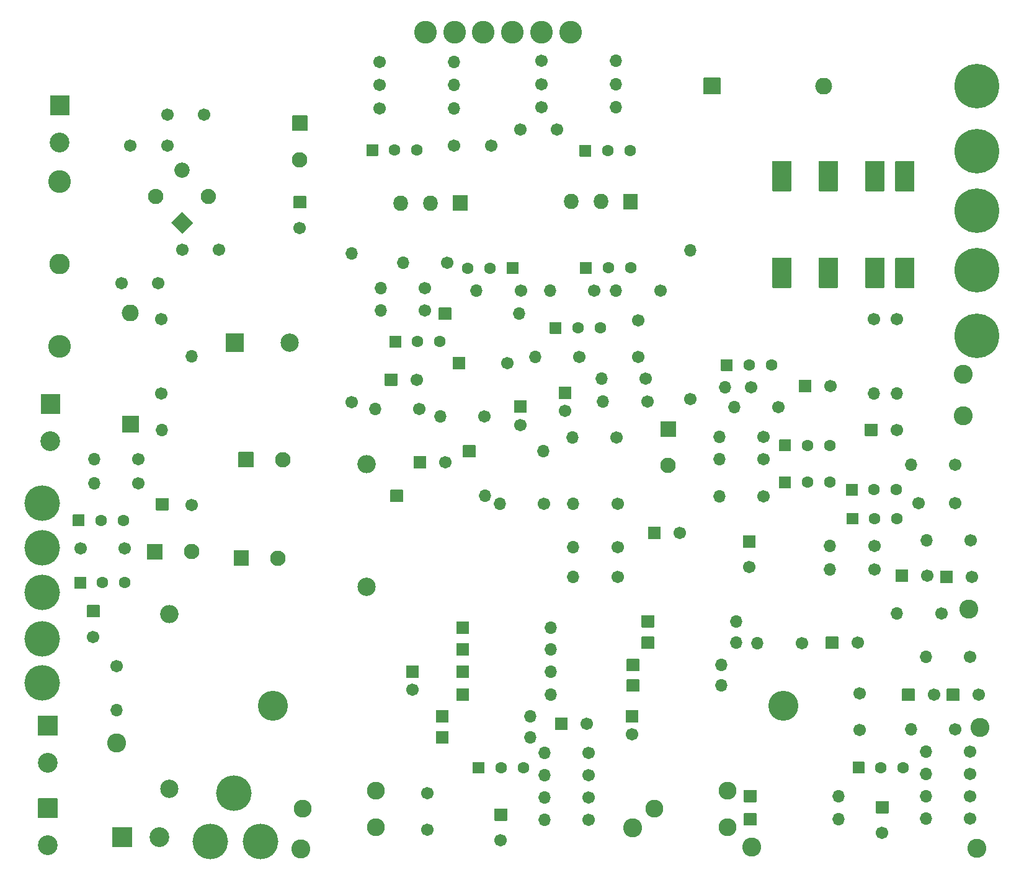
<source format=gbr>
G04 #@! TF.GenerationSoftware,KiCad,Pcbnew,5.1.7*
G04 #@! TF.CreationDate,2020-11-28T14:23:16-05:00*
G04 #@! TF.ProjectId,CR-2020 relay board LC-67183-1,43522d32-3032-4302-9072-656c61792062,1*
G04 #@! TF.SameCoordinates,Original*
G04 #@! TF.FileFunction,Soldermask,Top*
G04 #@! TF.FilePolarity,Negative*
%FSLAX46Y46*%
G04 Gerber Fmt 4.6, Leading zero omitted, Abs format (unit mm)*
G04 Created by KiCad (PCBNEW 5.1.7) date 2020-11-28 14:23:16*
%MOMM*%
%LPD*%
G01*
G04 APERTURE LIST*
%ADD10C,1.701600*%
%ADD11O,1.701600X1.701600*%
%ADD12O,2.501600X2.501600*%
%ADD13C,2.501600*%
%ADD14C,2.601600*%
%ADD15C,4.851600*%
%ADD16C,6.101600*%
%ADD17C,2.441600*%
%ADD18C,4.101600*%
%ADD19C,2.701600*%
%ADD20C,3.101600*%
%ADD21C,2.801600*%
%ADD22C,1.601600*%
%ADD23C,2.101600*%
%ADD24O,2.301600X2.301600*%
%ADD25O,2.006600X2.101600*%
G04 APERTURE END LIST*
D10*
X80615800Y-108889800D03*
X74599800Y-108889800D03*
X85623400Y-87757000D03*
X85623400Y-77597000D03*
X85162400Y-72618600D03*
X80162400Y-72618600D03*
X93442800Y-68122800D03*
X88442800Y-68122800D03*
X86407000Y-53898800D03*
X81407000Y-53898800D03*
X91410800Y-49631600D03*
X86410800Y-49631600D03*
X130603000Y-53873400D03*
X125603000Y-53873400D03*
X139620000Y-51638200D03*
X134620000Y-51638200D03*
G36*
G01*
X116878200Y-102527000D02*
X116878200Y-100927000D01*
G75*
G02*
X116929000Y-100876200I50800J0D01*
G01*
X118529000Y-100876200D01*
G75*
G02*
X118579800Y-100927000I0J-50800D01*
G01*
X118579800Y-102527000D01*
G75*
G02*
X118529000Y-102577800I-50800J0D01*
G01*
X116929000Y-102577800D01*
G75*
G02*
X116878200Y-102527000I0J50800D01*
G01*
G37*
D11*
X129794000Y-101727000D03*
D12*
X113665000Y-97409000D03*
D13*
X113665000Y-114173000D03*
D12*
X86741000Y-117856000D03*
D13*
X86741000Y-141756000D03*
D14*
X79502000Y-135509000D03*
X195072000Y-85090000D03*
X195072000Y-90805000D03*
D15*
X99187000Y-148971000D03*
X92329000Y-148971000D03*
X95504000Y-142367000D03*
X69342000Y-102743000D03*
X69342000Y-108839000D03*
X69342000Y-114935000D03*
X69342000Y-121285000D03*
X69342000Y-127254000D03*
D14*
X196977000Y-149860000D03*
X166243000Y-149733000D03*
X149987000Y-147066000D03*
X104648000Y-149987000D03*
X197358000Y-133350000D03*
X195834000Y-117221000D03*
D16*
X196977000Y-79883000D03*
X196977000Y-70866000D03*
X196977000Y-45720000D03*
X196977000Y-54610000D03*
X196977000Y-62738000D03*
D17*
X162941000Y-146986000D03*
X152941000Y-144486000D03*
X162941000Y-141986000D03*
X114935000Y-146986000D03*
X104935000Y-144486000D03*
X114935000Y-141986000D03*
D18*
X170561000Y-130429000D03*
X100838000Y-130429000D03*
G36*
G01*
X78913200Y-149636000D02*
X78913200Y-147036000D01*
G75*
G02*
X78964000Y-146985200I50800J0D01*
G01*
X81564000Y-146985200D01*
G75*
G02*
X81614800Y-147036000I0J-50800D01*
G01*
X81614800Y-149636000D01*
G75*
G02*
X81564000Y-149686800I-50800J0D01*
G01*
X78964000Y-149686800D01*
G75*
G02*
X78913200Y-149636000I0J50800D01*
G01*
G37*
D19*
X85344000Y-148336000D03*
G36*
G01*
X68804000Y-143048200D02*
X71404000Y-143048200D01*
G75*
G02*
X71454800Y-143099000I0J-50800D01*
G01*
X71454800Y-145699000D01*
G75*
G02*
X71404000Y-145749800I-50800J0D01*
G01*
X68804000Y-145749800D01*
G75*
G02*
X68753200Y-145699000I0J50800D01*
G01*
X68753200Y-143099000D01*
G75*
G02*
X68804000Y-143048200I50800J0D01*
G01*
G37*
X70104000Y-149479000D03*
G36*
G01*
X68804000Y-131745200D02*
X71404000Y-131745200D01*
G75*
G02*
X71454800Y-131796000I0J-50800D01*
G01*
X71454800Y-134396000D01*
G75*
G02*
X71404000Y-134446800I-50800J0D01*
G01*
X68804000Y-134446800D01*
G75*
G02*
X68753200Y-134396000I0J50800D01*
G01*
X68753200Y-131796000D01*
G75*
G02*
X68804000Y-131745200I50800J0D01*
G01*
G37*
X70104000Y-138176000D03*
D20*
X121666000Y-38378000D03*
X125622000Y-38378000D03*
X129572000Y-38378000D03*
X133522000Y-38378000D03*
X137522000Y-38378000D03*
X141472000Y-38378000D03*
G36*
G01*
X69185000Y-87803200D02*
X71785000Y-87803200D01*
G75*
G02*
X71835800Y-87854000I0J-50800D01*
G01*
X71835800Y-90454000D01*
G75*
G02*
X71785000Y-90504800I-50800J0D01*
G01*
X69185000Y-90504800D01*
G75*
G02*
X69134200Y-90454000I0J50800D01*
G01*
X69134200Y-87854000D01*
G75*
G02*
X69185000Y-87803200I50800J0D01*
G01*
G37*
D19*
X70485000Y-94234000D03*
G36*
G01*
X70455000Y-47036200D02*
X73055000Y-47036200D01*
G75*
G02*
X73105800Y-47087000I0J-50800D01*
G01*
X73105800Y-49687000D01*
G75*
G02*
X73055000Y-49737800I-50800J0D01*
G01*
X70455000Y-49737800D01*
G75*
G02*
X70404200Y-49687000I0J50800D01*
G01*
X70404200Y-47087000D01*
G75*
G02*
X70455000Y-47036200I50800J0D01*
G01*
G37*
X71755000Y-53467000D03*
G36*
G01*
X185846400Y-69196200D02*
X188346400Y-69196200D01*
G75*
G02*
X188397200Y-69247000I0J-50800D01*
G01*
X188397200Y-73247000D01*
G75*
G02*
X188346400Y-73297800I-50800J0D01*
G01*
X185846400Y-73297800D01*
G75*
G02*
X185795600Y-73247000I0J50800D01*
G01*
X185795600Y-69247000D01*
G75*
G02*
X185846400Y-69196200I50800J0D01*
G01*
G37*
G36*
G01*
X181757000Y-69196200D02*
X184257000Y-69196200D01*
G75*
G02*
X184307800Y-69247000I0J-50800D01*
G01*
X184307800Y-73247000D01*
G75*
G02*
X184257000Y-73297800I-50800J0D01*
G01*
X181757000Y-73297800D01*
G75*
G02*
X181706200Y-73247000I0J50800D01*
G01*
X181706200Y-69247000D01*
G75*
G02*
X181757000Y-69196200I50800J0D01*
G01*
G37*
G36*
G01*
X175407000Y-69196200D02*
X177907000Y-69196200D01*
G75*
G02*
X177957800Y-69247000I0J-50800D01*
G01*
X177957800Y-73247000D01*
G75*
G02*
X177907000Y-73297800I-50800J0D01*
G01*
X175407000Y-73297800D01*
G75*
G02*
X175356200Y-73247000I0J50800D01*
G01*
X175356200Y-69247000D01*
G75*
G02*
X175407000Y-69196200I50800J0D01*
G01*
G37*
G36*
G01*
X169057000Y-69196200D02*
X171557000Y-69196200D01*
G75*
G02*
X171607800Y-69247000I0J-50800D01*
G01*
X171607800Y-73247000D01*
G75*
G02*
X171557000Y-73297800I-50800J0D01*
G01*
X169057000Y-73297800D01*
G75*
G02*
X169006200Y-73247000I0J50800D01*
G01*
X169006200Y-69247000D01*
G75*
G02*
X169057000Y-69196200I50800J0D01*
G01*
G37*
G36*
G01*
X169057000Y-55988200D02*
X171557000Y-55988200D01*
G75*
G02*
X171607800Y-56039000I0J-50800D01*
G01*
X171607800Y-60039000D01*
G75*
G02*
X171557000Y-60089800I-50800J0D01*
G01*
X169057000Y-60089800D01*
G75*
G02*
X169006200Y-60039000I0J50800D01*
G01*
X169006200Y-56039000D01*
G75*
G02*
X169057000Y-55988200I50800J0D01*
G01*
G37*
G36*
G01*
X175407000Y-55988200D02*
X177907000Y-55988200D01*
G75*
G02*
X177957800Y-56039000I0J-50800D01*
G01*
X177957800Y-60039000D01*
G75*
G02*
X177907000Y-60089800I-50800J0D01*
G01*
X175407000Y-60089800D01*
G75*
G02*
X175356200Y-60039000I0J50800D01*
G01*
X175356200Y-56039000D01*
G75*
G02*
X175407000Y-55988200I50800J0D01*
G01*
G37*
G36*
G01*
X181757000Y-55988200D02*
X184257000Y-55988200D01*
G75*
G02*
X184307800Y-56039000I0J-50800D01*
G01*
X184307800Y-60039000D01*
G75*
G02*
X184257000Y-60089800I-50800J0D01*
G01*
X181757000Y-60089800D01*
G75*
G02*
X181706200Y-60039000I0J50800D01*
G01*
X181706200Y-56039000D01*
G75*
G02*
X181757000Y-55988200I50800J0D01*
G01*
G37*
G36*
G01*
X185846400Y-55988200D02*
X188346400Y-55988200D01*
G75*
G02*
X188397200Y-56039000I0J-50800D01*
G01*
X188397200Y-60039000D01*
G75*
G02*
X188346400Y-60089800I-50800J0D01*
G01*
X185846400Y-60089800D01*
G75*
G02*
X185795600Y-60039000I0J50800D01*
G01*
X185795600Y-56039000D01*
G75*
G02*
X185846400Y-55988200I50800J0D01*
G01*
G37*
D20*
X71755000Y-58801000D03*
X71755000Y-81301000D03*
D21*
X71755000Y-70051000D03*
D11*
X123698000Y-90855800D03*
D10*
X129717800Y-90855800D03*
D11*
X114808000Y-89839800D03*
D10*
X120827800Y-89839800D03*
G36*
G01*
X132803200Y-69785800D02*
X134303200Y-69785800D01*
G75*
G02*
X134354000Y-69836600I0J-50800D01*
G01*
X134354000Y-71336600D01*
G75*
G02*
X134303200Y-71387400I-50800J0D01*
G01*
X132803200Y-71387400D01*
G75*
G02*
X132752400Y-71336600I0J50800D01*
G01*
X132752400Y-69836600D01*
G75*
G02*
X132803200Y-69785800I50800J0D01*
G01*
G37*
D22*
X127457200Y-70586600D03*
X130505200Y-70586600D03*
D11*
X128651000Y-73710800D03*
D10*
X134670800Y-73710800D03*
D11*
X141732000Y-93776800D03*
D10*
X147751800Y-93776800D03*
D11*
X115570000Y-76377800D03*
D10*
X121589800Y-76377800D03*
D11*
X115570000Y-73329800D03*
D10*
X121589800Y-73329800D03*
D11*
X118618000Y-69900800D03*
D10*
X124637800Y-69900800D03*
D11*
X145923000Y-88823800D03*
D10*
X151942800Y-88823800D03*
D11*
X145745200Y-85725000D03*
D10*
X151765000Y-85725000D03*
D11*
X136652000Y-82727800D03*
D10*
X142671800Y-82727800D03*
G36*
G01*
X144310800Y-71362000D02*
X142810800Y-71362000D01*
G75*
G02*
X142760000Y-71311200I0J50800D01*
G01*
X142760000Y-69811200D01*
G75*
G02*
X142810800Y-69760400I50800J0D01*
G01*
X144310800Y-69760400D01*
G75*
G02*
X144361600Y-69811200I0J-50800D01*
G01*
X144361600Y-71311200D01*
G75*
G02*
X144310800Y-71362000I-50800J0D01*
G01*
G37*
D22*
X149656800Y-70561200D03*
X146608800Y-70561200D03*
D11*
X147701000Y-73710800D03*
D10*
X153720800Y-73710800D03*
D11*
X138684000Y-73710800D03*
D10*
X144703800Y-73710800D03*
D11*
X141859000Y-112826800D03*
D10*
X147878800Y-112826800D03*
D11*
X141859000Y-108762800D03*
D10*
X147878800Y-108762800D03*
D11*
X141859000Y-102793800D03*
D10*
X147878800Y-102793800D03*
D11*
X131826000Y-102793800D03*
D10*
X137845800Y-102793800D03*
D11*
X161798000Y-101777800D03*
D10*
X167817800Y-101777800D03*
D11*
X161798000Y-96697800D03*
D10*
X167817800Y-96697800D03*
D11*
X161798000Y-93649800D03*
D10*
X167817800Y-93649800D03*
D11*
X163830000Y-89585800D03*
D10*
X169849800Y-89585800D03*
D11*
X162560000Y-86868000D03*
D10*
X166116000Y-86868000D03*
D11*
X187960000Y-97459800D03*
D10*
X193979800Y-97459800D03*
D11*
X190068200Y-107823000D03*
D10*
X196088000Y-107823000D03*
D11*
X176911000Y-111810800D03*
D10*
X182930800Y-111810800D03*
D11*
X176911000Y-108585000D03*
D10*
X182930800Y-108585000D03*
D11*
X167005000Y-121843800D03*
D10*
X173024800Y-121843800D03*
D11*
X186055000Y-117779800D03*
D10*
X192074800Y-117779800D03*
D11*
X189992000Y-123748800D03*
D10*
X196011800Y-123748800D03*
D11*
X189992000Y-145846800D03*
D10*
X196011800Y-145846800D03*
D11*
X189992000Y-142798800D03*
D10*
X196011800Y-142798800D03*
D11*
X189992000Y-139750800D03*
D10*
X196011800Y-139750800D03*
D11*
X189992000Y-136702800D03*
D10*
X196011800Y-136702800D03*
D11*
X187960000Y-133654800D03*
D10*
X193979800Y-133654800D03*
D11*
X137922000Y-136829800D03*
D10*
X143941800Y-136829800D03*
D11*
X137922000Y-139877800D03*
D10*
X143941800Y-139877800D03*
D11*
X137922000Y-145973800D03*
D10*
X143941800Y-145973800D03*
D11*
X137922000Y-142925800D03*
D10*
X143941800Y-142925800D03*
D11*
X79502000Y-130987800D03*
D10*
X79502000Y-124968000D03*
D11*
X76454000Y-99999800D03*
D10*
X82473800Y-99999800D03*
D11*
X76454000Y-96697800D03*
D10*
X82473800Y-96697800D03*
D11*
X186055000Y-87757000D03*
D10*
X186055000Y-77597000D03*
D11*
X182880000Y-87757000D03*
D10*
X182880000Y-77597000D03*
D11*
X147701000Y-48641000D03*
D10*
X137541000Y-48641000D03*
D11*
X147701000Y-42291000D03*
D10*
X137541000Y-42291000D03*
D11*
X147701000Y-45466000D03*
D10*
X137541000Y-45466000D03*
D11*
X125603000Y-42418000D03*
D10*
X115443000Y-42418000D03*
D11*
X125603000Y-48768000D03*
D10*
X115443000Y-48768000D03*
D11*
X125603000Y-45593000D03*
D10*
X115443000Y-45593000D03*
X132842000Y-83566000D03*
G36*
G01*
X125387200Y-84366000D02*
X125387200Y-82766000D01*
G75*
G02*
X125438000Y-82715200I50800J0D01*
G01*
X127038000Y-82715200D01*
G75*
G02*
X127088800Y-82766000I0J-50800D01*
G01*
X127088800Y-84366000D01*
G75*
G02*
X127038000Y-84416800I-50800J0D01*
G01*
X125438000Y-84416800D01*
G75*
G02*
X125387200Y-84366000I0J50800D01*
G01*
G37*
X120467000Y-85852000D03*
G36*
G01*
X116116200Y-86652000D02*
X116116200Y-85052000D01*
G75*
G02*
X116167000Y-85001200I50800J0D01*
G01*
X117767000Y-85001200D01*
G75*
G02*
X117817800Y-85052000I0J-50800D01*
G01*
X117817800Y-86652000D01*
G75*
G02*
X117767000Y-86702800I-50800J0D01*
G01*
X116167000Y-86702800D01*
G75*
G02*
X116116200Y-86652000I0J50800D01*
G01*
G37*
X124404000Y-97155000D03*
G36*
G01*
X120053200Y-97955000D02*
X120053200Y-96355000D01*
G75*
G02*
X120104000Y-96304200I50800J0D01*
G01*
X121704000Y-96304200D01*
G75*
G02*
X121754800Y-96355000I0J-50800D01*
G01*
X121754800Y-97955000D01*
G75*
G02*
X121704000Y-98005800I-50800J0D01*
G01*
X120104000Y-98005800D01*
G75*
G02*
X120053200Y-97955000I0J50800D01*
G01*
G37*
X134620000Y-92035000D03*
G36*
G01*
X133820000Y-88684200D02*
X135420000Y-88684200D01*
G75*
G02*
X135470800Y-88735000I0J-50800D01*
G01*
X135470800Y-90335000D01*
G75*
G02*
X135420000Y-90385800I-50800J0D01*
G01*
X133820000Y-90385800D01*
G75*
G02*
X133769200Y-90335000I0J50800D01*
G01*
X133769200Y-88735000D01*
G75*
G02*
X133820000Y-88684200I50800J0D01*
G01*
G37*
X140716000Y-90130000D03*
G36*
G01*
X139916000Y-86779200D02*
X141516000Y-86779200D01*
G75*
G02*
X141566800Y-86830000I0J-50800D01*
G01*
X141566800Y-88430000D01*
G75*
G02*
X141516000Y-88480800I-50800J0D01*
G01*
X139916000Y-88480800D01*
G75*
G02*
X139865200Y-88430000I0J50800D01*
G01*
X139865200Y-86830000D01*
G75*
G02*
X139916000Y-86779200I50800J0D01*
G01*
G37*
D23*
X154813000Y-97583000D03*
G36*
G01*
X153813000Y-91532200D02*
X155813000Y-91532200D01*
G75*
G02*
X155863800Y-91583000I0J-50800D01*
G01*
X155863800Y-93583000D01*
G75*
G02*
X155813000Y-93633800I-50800J0D01*
G01*
X153813000Y-93633800D01*
G75*
G02*
X153762200Y-93583000I0J50800D01*
G01*
X153762200Y-91583000D01*
G75*
G02*
X153813000Y-91532200I50800J0D01*
G01*
G37*
D10*
X176982000Y-86741000D03*
G36*
G01*
X172631200Y-87541000D02*
X172631200Y-85941000D01*
G75*
G02*
X172682000Y-85890200I50800J0D01*
G01*
X174282000Y-85890200D01*
G75*
G02*
X174332800Y-85941000I0J-50800D01*
G01*
X174332800Y-87541000D01*
G75*
G02*
X174282000Y-87591800I-50800J0D01*
G01*
X172682000Y-87591800D01*
G75*
G02*
X172631200Y-87541000I0J50800D01*
G01*
G37*
X185999000Y-92710000D03*
G36*
G01*
X181648200Y-93510000D02*
X181648200Y-91910000D01*
G75*
G02*
X181699000Y-91859200I50800J0D01*
G01*
X183299000Y-91859200D01*
G75*
G02*
X183349800Y-91910000I0J-50800D01*
G01*
X183349800Y-93510000D01*
G75*
G02*
X183299000Y-93560800I-50800J0D01*
G01*
X181699000Y-93560800D01*
G75*
G02*
X181648200Y-93510000I0J50800D01*
G01*
G37*
X165862000Y-111450000D03*
G36*
G01*
X165062000Y-107099200D02*
X166662000Y-107099200D01*
G75*
G02*
X166712800Y-107150000I0J-50800D01*
G01*
X166712800Y-108750000D01*
G75*
G02*
X166662000Y-108800800I-50800J0D01*
G01*
X165062000Y-108800800D01*
G75*
G02*
X165011200Y-108750000I0J50800D01*
G01*
X165011200Y-107150000D01*
G75*
G02*
X165062000Y-107099200I50800J0D01*
G01*
G37*
X180665000Y-121793000D03*
G36*
G01*
X176314200Y-122593000D02*
X176314200Y-120993000D01*
G75*
G02*
X176365000Y-120942200I50800J0D01*
G01*
X177965000Y-120942200D01*
G75*
G02*
X178015800Y-120993000I0J-50800D01*
G01*
X178015800Y-122593000D01*
G75*
G02*
X177965000Y-122643800I-50800J0D01*
G01*
X176365000Y-122643800D01*
G75*
G02*
X176314200Y-122593000I0J50800D01*
G01*
G37*
X196286000Y-112776000D03*
G36*
G01*
X191935200Y-113576000D02*
X191935200Y-111976000D01*
G75*
G02*
X191986000Y-111925200I50800J0D01*
G01*
X193586000Y-111925200D01*
G75*
G02*
X193636800Y-111976000I0J-50800D01*
G01*
X193636800Y-113576000D01*
G75*
G02*
X193586000Y-113626800I-50800J0D01*
G01*
X191986000Y-113626800D01*
G75*
G02*
X191935200Y-113576000I0J50800D01*
G01*
G37*
X190190000Y-112649000D03*
G36*
G01*
X185839200Y-113449000D02*
X185839200Y-111849000D01*
G75*
G02*
X185890000Y-111798200I50800J0D01*
G01*
X187490000Y-111798200D01*
G75*
G02*
X187540800Y-111849000I0J-50800D01*
G01*
X187540800Y-113449000D01*
G75*
G02*
X187490000Y-113499800I-50800J0D01*
G01*
X185890000Y-113499800D01*
G75*
G02*
X185839200Y-113449000I0J50800D01*
G01*
G37*
X76327000Y-120975000D03*
G36*
G01*
X75527000Y-116624200D02*
X77127000Y-116624200D01*
G75*
G02*
X77177800Y-116675000I0J-50800D01*
G01*
X77177800Y-118275000D01*
G75*
G02*
X77127000Y-118325800I-50800J0D01*
G01*
X75527000Y-118325800D01*
G75*
G02*
X75476200Y-118275000I0J50800D01*
G01*
X75476200Y-116675000D01*
G75*
G02*
X75527000Y-116624200I50800J0D01*
G01*
G37*
X143708000Y-132842000D03*
G36*
G01*
X139357200Y-133642000D02*
X139357200Y-132042000D01*
G75*
G02*
X139408000Y-131991200I50800J0D01*
G01*
X141008000Y-131991200D01*
G75*
G02*
X141058800Y-132042000I0J-50800D01*
G01*
X141058800Y-133642000D01*
G75*
G02*
X141008000Y-133692800I-50800J0D01*
G01*
X139408000Y-133692800D01*
G75*
G02*
X139357200Y-133642000I0J50800D01*
G01*
G37*
X197175000Y-128905000D03*
G36*
G01*
X192824200Y-129705000D02*
X192824200Y-128105000D01*
G75*
G02*
X192875000Y-128054200I50800J0D01*
G01*
X194475000Y-128054200D01*
G75*
G02*
X194525800Y-128105000I0J-50800D01*
G01*
X194525800Y-129705000D01*
G75*
G02*
X194475000Y-129755800I-50800J0D01*
G01*
X192875000Y-129755800D01*
G75*
G02*
X192824200Y-129705000I0J50800D01*
G01*
G37*
X191079000Y-128905000D03*
G36*
G01*
X186728200Y-129705000D02*
X186728200Y-128105000D01*
G75*
G02*
X186779000Y-128054200I50800J0D01*
G01*
X188379000Y-128054200D01*
G75*
G02*
X188429800Y-128105000I0J-50800D01*
G01*
X188429800Y-129705000D01*
G75*
G02*
X188379000Y-129755800I-50800J0D01*
G01*
X186779000Y-129755800D01*
G75*
G02*
X186728200Y-129705000I0J50800D01*
G01*
G37*
X184023000Y-147772000D03*
G36*
G01*
X183223000Y-143421200D02*
X184823000Y-143421200D01*
G75*
G02*
X184873800Y-143472000I0J-50800D01*
G01*
X184873800Y-145072000D01*
G75*
G02*
X184823000Y-145122800I-50800J0D01*
G01*
X183223000Y-145122800D01*
G75*
G02*
X183172200Y-145072000I0J50800D01*
G01*
X183172200Y-143472000D01*
G75*
G02*
X183223000Y-143421200I50800J0D01*
G01*
G37*
X149860000Y-134326000D03*
G36*
G01*
X149060000Y-130975200D02*
X150660000Y-130975200D01*
G75*
G02*
X150710800Y-131026000I0J-50800D01*
G01*
X150710800Y-132626000D01*
G75*
G02*
X150660000Y-132676800I-50800J0D01*
G01*
X149060000Y-132676800D01*
G75*
G02*
X149009200Y-132626000I0J50800D01*
G01*
X149009200Y-131026000D01*
G75*
G02*
X149060000Y-130975200I50800J0D01*
G01*
G37*
X119888000Y-128230000D03*
G36*
G01*
X119088000Y-124879200D02*
X120688000Y-124879200D01*
G75*
G02*
X120738800Y-124930000I0J-50800D01*
G01*
X120738800Y-126530000D01*
G75*
G02*
X120688000Y-126580800I-50800J0D01*
G01*
X119088000Y-126580800D01*
G75*
G02*
X119037200Y-126530000I0J50800D01*
G01*
X119037200Y-124930000D01*
G75*
G02*
X119088000Y-124879200I50800J0D01*
G01*
G37*
X131953000Y-148788000D03*
G36*
G01*
X131153000Y-144437200D02*
X132753000Y-144437200D01*
G75*
G02*
X132803800Y-144488000I0J-50800D01*
G01*
X132803800Y-146088000D01*
G75*
G02*
X132753000Y-146138800I-50800J0D01*
G01*
X131153000Y-146138800D01*
G75*
G02*
X131102200Y-146088000I0J50800D01*
G01*
X131102200Y-144488000D01*
G75*
G02*
X131153000Y-144437200I50800J0D01*
G01*
G37*
D23*
X89709000Y-109347000D03*
G36*
G01*
X83658200Y-110347000D02*
X83658200Y-108347000D01*
G75*
G02*
X83709000Y-108296200I50800J0D01*
G01*
X85709000Y-108296200D01*
G75*
G02*
X85759800Y-108347000I0J-50800D01*
G01*
X85759800Y-110347000D01*
G75*
G02*
X85709000Y-110397800I-50800J0D01*
G01*
X83709000Y-110397800D01*
G75*
G02*
X83658200Y-110347000I0J50800D01*
G01*
G37*
X101520000Y-110236000D03*
G36*
G01*
X95469200Y-111236000D02*
X95469200Y-109236000D01*
G75*
G02*
X95520000Y-109185200I50800J0D01*
G01*
X97520000Y-109185200D01*
G75*
G02*
X97570800Y-109236000I0J-50800D01*
G01*
X97570800Y-111236000D01*
G75*
G02*
X97520000Y-111286800I-50800J0D01*
G01*
X95520000Y-111286800D01*
G75*
G02*
X95469200Y-111236000I0J50800D01*
G01*
G37*
X102155000Y-96774000D03*
G36*
G01*
X96104200Y-97774000D02*
X96104200Y-95774000D01*
G75*
G02*
X96155000Y-95723200I50800J0D01*
G01*
X98155000Y-95723200D01*
G75*
G02*
X98205800Y-95774000I0J-50800D01*
G01*
X98205800Y-97774000D01*
G75*
G02*
X98155000Y-97824800I-50800J0D01*
G01*
X96155000Y-97824800D01*
G75*
G02*
X96104200Y-97774000I0J50800D01*
G01*
G37*
D11*
X89789000Y-82677000D03*
D10*
X89789000Y-102997000D03*
D13*
X103131000Y-80772000D03*
G36*
G01*
X94380200Y-81972000D02*
X94380200Y-79572000D01*
G75*
G02*
X94431000Y-79521200I50800J0D01*
G01*
X96831000Y-79521200D01*
G75*
G02*
X96881800Y-79572000I0J-50800D01*
G01*
X96881800Y-81972000D01*
G75*
G02*
X96831000Y-82022800I-50800J0D01*
G01*
X94431000Y-82022800D01*
G75*
G02*
X94380200Y-81972000I0J50800D01*
G01*
G37*
D10*
X104521000Y-65095000D03*
G36*
G01*
X103721000Y-60744200D02*
X105321000Y-60744200D01*
G75*
G02*
X105371800Y-60795000I0J-50800D01*
G01*
X105371800Y-62395000D01*
G75*
G02*
X105321000Y-62445800I-50800J0D01*
G01*
X103721000Y-62445800D01*
G75*
G02*
X103670200Y-62395000I0J50800D01*
G01*
X103670200Y-60795000D01*
G75*
G02*
X103721000Y-60744200I50800J0D01*
G01*
G37*
D23*
X104521000Y-55800000D03*
G36*
G01*
X103521000Y-49749200D02*
X105521000Y-49749200D01*
G75*
G02*
X105571800Y-49800000I0J-50800D01*
G01*
X105571800Y-51800000D01*
G75*
G02*
X105521000Y-51850800I-50800J0D01*
G01*
X103521000Y-51850800D01*
G75*
G02*
X103470200Y-51800000I0J50800D01*
G01*
X103470200Y-49800000D01*
G75*
G02*
X103521000Y-49749200I50800J0D01*
G01*
G37*
D10*
X156408000Y-106807000D03*
G36*
G01*
X152057200Y-107607000D02*
X152057200Y-106007000D01*
G75*
G02*
X152108000Y-105956200I50800J0D01*
G01*
X153708000Y-105956200D01*
G75*
G02*
X153758800Y-106007000I0J-50800D01*
G01*
X153758800Y-107607000D01*
G75*
G02*
X153708000Y-107657800I-50800J0D01*
G01*
X152108000Y-107657800D01*
G75*
G02*
X152057200Y-107607000I0J50800D01*
G01*
G37*
X150749000Y-77724000D03*
X150749000Y-82724000D03*
X193976000Y-102743000D03*
X188976000Y-102743000D03*
X180975000Y-128731000D03*
X180975000Y-133731000D03*
X121920000Y-142320000D03*
X121920000Y-147320000D03*
X157861000Y-88519000D03*
D11*
X157861000Y-68199000D03*
X111633000Y-68580000D03*
D10*
X111633000Y-88900000D03*
D24*
X176022000Y-45720000D03*
G36*
G01*
X159631200Y-46820000D02*
X159631200Y-44620000D01*
G75*
G02*
X159682000Y-44569200I50800J0D01*
G01*
X161882000Y-44569200D01*
G75*
G02*
X161932800Y-44620000I0J-50800D01*
G01*
X161932800Y-46820000D01*
G75*
G02*
X161882000Y-46870800I-50800J0D01*
G01*
X159682000Y-46870800D01*
G75*
G02*
X159631200Y-46820000I0J50800D01*
G01*
G37*
D11*
X137795000Y-95631000D03*
G36*
G01*
X126784200Y-96431000D02*
X126784200Y-94831000D01*
G75*
G02*
X126835000Y-94780200I50800J0D01*
G01*
X128435000Y-94780200D01*
G75*
G02*
X128485800Y-94831000I0J-50800D01*
G01*
X128485800Y-96431000D01*
G75*
G02*
X128435000Y-96481800I-50800J0D01*
G01*
X126835000Y-96481800D01*
G75*
G02*
X126784200Y-96431000I0J50800D01*
G01*
G37*
X85725000Y-92710000D03*
G36*
G01*
X86525000Y-103720800D02*
X84925000Y-103720800D01*
G75*
G02*
X84874200Y-103670000I0J50800D01*
G01*
X84874200Y-102070000D01*
G75*
G02*
X84925000Y-102019200I50800J0D01*
G01*
X86525000Y-102019200D01*
G75*
G02*
X86575800Y-102070000I0J-50800D01*
G01*
X86575800Y-103670000D01*
G75*
G02*
X86525000Y-103720800I-50800J0D01*
G01*
G37*
X134493000Y-76835000D03*
G36*
G01*
X123482200Y-77635000D02*
X123482200Y-76035000D01*
G75*
G02*
X123533000Y-75984200I50800J0D01*
G01*
X125133000Y-75984200D01*
G75*
G02*
X125183800Y-76035000I0J-50800D01*
G01*
X125183800Y-77635000D01*
G75*
G02*
X125133000Y-77685800I-50800J0D01*
G01*
X123533000Y-77685800D01*
G75*
G02*
X123482200Y-77635000I0J50800D01*
G01*
G37*
D24*
X81407000Y-76708000D03*
G36*
G01*
X82507000Y-93098800D02*
X80307000Y-93098800D01*
G75*
G02*
X80256200Y-93048000I0J50800D01*
G01*
X80256200Y-90848000D01*
G75*
G02*
X80307000Y-90797200I50800J0D01*
G01*
X82507000Y-90797200D01*
G75*
G02*
X82557800Y-90848000I0J-50800D01*
G01*
X82557800Y-93048000D01*
G75*
G02*
X82507000Y-93098800I-50800J0D01*
G01*
G37*
G36*
G01*
X165138200Y-146723000D02*
X165138200Y-145123000D01*
G75*
G02*
X165189000Y-145072200I50800J0D01*
G01*
X166789000Y-145072200D01*
G75*
G02*
X166839800Y-145123000I0J-50800D01*
G01*
X166839800Y-146723000D01*
G75*
G02*
X166789000Y-146773800I-50800J0D01*
G01*
X165189000Y-146773800D01*
G75*
G02*
X165138200Y-146723000I0J50800D01*
G01*
G37*
D11*
X178054000Y-145923000D03*
G36*
G01*
X165138200Y-143548000D02*
X165138200Y-141948000D01*
G75*
G02*
X165189000Y-141897200I50800J0D01*
G01*
X166789000Y-141897200D01*
G75*
G02*
X166839800Y-141948000I0J-50800D01*
G01*
X166839800Y-143548000D01*
G75*
G02*
X166789000Y-143598800I-50800J0D01*
G01*
X165189000Y-143598800D01*
G75*
G02*
X165138200Y-143548000I0J50800D01*
G01*
G37*
X178054000Y-142748000D03*
G36*
G01*
X123101200Y-135547000D02*
X123101200Y-133947000D01*
G75*
G02*
X123152000Y-133896200I50800J0D01*
G01*
X124752000Y-133896200D01*
G75*
G02*
X124802800Y-133947000I0J-50800D01*
G01*
X124802800Y-135547000D01*
G75*
G02*
X124752000Y-135597800I-50800J0D01*
G01*
X123152000Y-135597800D01*
G75*
G02*
X123101200Y-135547000I0J50800D01*
G01*
G37*
X136017000Y-134747000D03*
G36*
G01*
X123101200Y-132626000D02*
X123101200Y-131026000D01*
G75*
G02*
X123152000Y-130975200I50800J0D01*
G01*
X124752000Y-130975200D01*
G75*
G02*
X124802800Y-131026000I0J-50800D01*
G01*
X124802800Y-132626000D01*
G75*
G02*
X124752000Y-132676800I-50800J0D01*
G01*
X123152000Y-132676800D01*
G75*
G02*
X123101200Y-132626000I0J50800D01*
G01*
G37*
X136017000Y-131826000D03*
G36*
G01*
X149136200Y-128435000D02*
X149136200Y-126835000D01*
G75*
G02*
X149187000Y-126784200I50800J0D01*
G01*
X150787000Y-126784200D01*
G75*
G02*
X150837800Y-126835000I0J-50800D01*
G01*
X150837800Y-128435000D01*
G75*
G02*
X150787000Y-128485800I-50800J0D01*
G01*
X149187000Y-128485800D01*
G75*
G02*
X149136200Y-128435000I0J50800D01*
G01*
G37*
X162052000Y-127635000D03*
G36*
G01*
X149136200Y-125641000D02*
X149136200Y-124041000D01*
G75*
G02*
X149187000Y-123990200I50800J0D01*
G01*
X150787000Y-123990200D01*
G75*
G02*
X150837800Y-124041000I0J-50800D01*
G01*
X150837800Y-125641000D01*
G75*
G02*
X150787000Y-125691800I-50800J0D01*
G01*
X149187000Y-125691800D01*
G75*
G02*
X149136200Y-125641000I0J50800D01*
G01*
G37*
X162052000Y-124841000D03*
G36*
G01*
X151168200Y-122593000D02*
X151168200Y-120993000D01*
G75*
G02*
X151219000Y-120942200I50800J0D01*
G01*
X152819000Y-120942200D01*
G75*
G02*
X152869800Y-120993000I0J-50800D01*
G01*
X152869800Y-122593000D01*
G75*
G02*
X152819000Y-122643800I-50800J0D01*
G01*
X151219000Y-122643800D01*
G75*
G02*
X151168200Y-122593000I0J50800D01*
G01*
G37*
X164084000Y-121793000D03*
G36*
G01*
X151168200Y-119672000D02*
X151168200Y-118072000D01*
G75*
G02*
X151219000Y-118021200I50800J0D01*
G01*
X152819000Y-118021200D01*
G75*
G02*
X152869800Y-118072000I0J-50800D01*
G01*
X152869800Y-119672000D01*
G75*
G02*
X152819000Y-119722800I-50800J0D01*
G01*
X151219000Y-119722800D01*
G75*
G02*
X151168200Y-119672000I0J50800D01*
G01*
G37*
X164084000Y-118872000D03*
G36*
G01*
X125895200Y-129705000D02*
X125895200Y-128105000D01*
G75*
G02*
X125946000Y-128054200I50800J0D01*
G01*
X127546000Y-128054200D01*
G75*
G02*
X127596800Y-128105000I0J-50800D01*
G01*
X127596800Y-129705000D01*
G75*
G02*
X127546000Y-129755800I-50800J0D01*
G01*
X125946000Y-129755800D01*
G75*
G02*
X125895200Y-129705000I0J50800D01*
G01*
G37*
X138811000Y-128905000D03*
G36*
G01*
X125895200Y-126530000D02*
X125895200Y-124930000D01*
G75*
G02*
X125946000Y-124879200I50800J0D01*
G01*
X127546000Y-124879200D01*
G75*
G02*
X127596800Y-124930000I0J-50800D01*
G01*
X127596800Y-126530000D01*
G75*
G02*
X127546000Y-126580800I-50800J0D01*
G01*
X125946000Y-126580800D01*
G75*
G02*
X125895200Y-126530000I0J50800D01*
G01*
G37*
X138811000Y-125730000D03*
G36*
G01*
X125895200Y-123482000D02*
X125895200Y-121882000D01*
G75*
G02*
X125946000Y-121831200I50800J0D01*
G01*
X127546000Y-121831200D01*
G75*
G02*
X127596800Y-121882000I0J-50800D01*
G01*
X127596800Y-123482000D01*
G75*
G02*
X127546000Y-123532800I-50800J0D01*
G01*
X125946000Y-123532800D01*
G75*
G02*
X125895200Y-123482000I0J50800D01*
G01*
G37*
X138811000Y-122682000D03*
G36*
G01*
X125895200Y-120561000D02*
X125895200Y-118961000D01*
G75*
G02*
X125946000Y-118910200I50800J0D01*
G01*
X127546000Y-118910200D01*
G75*
G02*
X127596800Y-118961000I0J-50800D01*
G01*
X127596800Y-120561000D01*
G75*
G02*
X127546000Y-120611800I-50800J0D01*
G01*
X125946000Y-120611800D01*
G75*
G02*
X125895200Y-120561000I0J50800D01*
G01*
G37*
X138811000Y-119761000D03*
D25*
X141528800Y-61518800D03*
X145592800Y-61518800D03*
G36*
G01*
X150660100Y-60518800D02*
X150660100Y-62518800D01*
G75*
G02*
X150609300Y-62569600I-50800J0D01*
G01*
X148704300Y-62569600D01*
G75*
G02*
X148653500Y-62518800I0J50800D01*
G01*
X148653500Y-60518800D01*
G75*
G02*
X148704300Y-60468000I50800J0D01*
G01*
X150609300Y-60468000D01*
G75*
G02*
X150660100Y-60518800I0J-50800D01*
G01*
G37*
X118287800Y-61696600D03*
X122351800Y-61696600D03*
G36*
G01*
X127419100Y-60696600D02*
X127419100Y-62696600D01*
G75*
G02*
X127368300Y-62747400I-50800J0D01*
G01*
X125463300Y-62747400D01*
G75*
G02*
X125412500Y-62696600I0J50800D01*
G01*
X125412500Y-60696600D01*
G75*
G02*
X125463300Y-60645800I50800J0D01*
G01*
X127368300Y-60645800D01*
G75*
G02*
X127419100Y-60696600I0J-50800D01*
G01*
G37*
G36*
G01*
X75070400Y-105855200D02*
X73570400Y-105855200D01*
G75*
G02*
X73519600Y-105804400I0J50800D01*
G01*
X73519600Y-104304400D01*
G75*
G02*
X73570400Y-104253600I50800J0D01*
G01*
X75070400Y-104253600D01*
G75*
G02*
X75121200Y-104304400I0J-50800D01*
G01*
X75121200Y-105804400D01*
G75*
G02*
X75070400Y-105855200I-50800J0D01*
G01*
G37*
D22*
X80416400Y-105054400D03*
X77368400Y-105054400D03*
G36*
G01*
X75299000Y-114389600D02*
X73799000Y-114389600D01*
G75*
G02*
X73748200Y-114338800I0J50800D01*
G01*
X73748200Y-112838800D01*
G75*
G02*
X73799000Y-112788000I50800J0D01*
G01*
X75299000Y-112788000D01*
G75*
G02*
X75349800Y-112838800I0J-50800D01*
G01*
X75349800Y-114338800D01*
G75*
G02*
X75299000Y-114389600I-50800J0D01*
G01*
G37*
X80645000Y-113588800D03*
X77597000Y-113588800D03*
G36*
G01*
X129680400Y-139662600D02*
X128180400Y-139662600D01*
G75*
G02*
X128129600Y-139611800I0J50800D01*
G01*
X128129600Y-138111800D01*
G75*
G02*
X128180400Y-138061000I50800J0D01*
G01*
X129680400Y-138061000D01*
G75*
G02*
X129731200Y-138111800I0J-50800D01*
G01*
X129731200Y-139611800D01*
G75*
G02*
X129680400Y-139662600I-50800J0D01*
G01*
G37*
X135026400Y-138861800D03*
X131978400Y-138861800D03*
G36*
G01*
X181547200Y-139637200D02*
X180047200Y-139637200D01*
G75*
G02*
X179996400Y-139586400I0J50800D01*
G01*
X179996400Y-138086400D01*
G75*
G02*
X180047200Y-138035600I50800J0D01*
G01*
X181547200Y-138035600D01*
G75*
G02*
X181598000Y-138086400I0J-50800D01*
G01*
X181598000Y-139586400D01*
G75*
G02*
X181547200Y-139637200I-50800J0D01*
G01*
G37*
X186893200Y-138836400D03*
X183845200Y-138836400D03*
G36*
G01*
X180709000Y-105626600D02*
X179209000Y-105626600D01*
G75*
G02*
X179158200Y-105575800I0J50800D01*
G01*
X179158200Y-104075800D01*
G75*
G02*
X179209000Y-104025000I50800J0D01*
G01*
X180709000Y-104025000D01*
G75*
G02*
X180759800Y-104075800I0J-50800D01*
G01*
X180759800Y-105575800D01*
G75*
G02*
X180709000Y-105626600I-50800J0D01*
G01*
G37*
X186055000Y-104825800D03*
X183007000Y-104825800D03*
G36*
G01*
X180607400Y-101689600D02*
X179107400Y-101689600D01*
G75*
G02*
X179056600Y-101638800I0J50800D01*
G01*
X179056600Y-100138800D01*
G75*
G02*
X179107400Y-100088000I50800J0D01*
G01*
X180607400Y-100088000D01*
G75*
G02*
X180658200Y-100138800I0J-50800D01*
G01*
X180658200Y-101638800D01*
G75*
G02*
X180607400Y-101689600I-50800J0D01*
G01*
G37*
X185953400Y-100888800D03*
X182905400Y-100888800D03*
G36*
G01*
X171488800Y-100673600D02*
X169988800Y-100673600D01*
G75*
G02*
X169938000Y-100622800I0J50800D01*
G01*
X169938000Y-99122800D01*
G75*
G02*
X169988800Y-99072000I50800J0D01*
G01*
X171488800Y-99072000D01*
G75*
G02*
X171539600Y-99122800I0J-50800D01*
G01*
X171539600Y-100622800D01*
G75*
G02*
X171488800Y-100673600I-50800J0D01*
G01*
G37*
X176834800Y-99872800D03*
X173786800Y-99872800D03*
G36*
G01*
X171514200Y-95619000D02*
X170014200Y-95619000D01*
G75*
G02*
X169963400Y-95568200I0J50800D01*
G01*
X169963400Y-94068200D01*
G75*
G02*
X170014200Y-94017400I50800J0D01*
G01*
X171514200Y-94017400D01*
G75*
G02*
X171565000Y-94068200I0J-50800D01*
G01*
X171565000Y-95568200D01*
G75*
G02*
X171514200Y-95619000I-50800J0D01*
G01*
G37*
X176860200Y-94818200D03*
X173812200Y-94818200D03*
G36*
G01*
X163538600Y-84646200D02*
X162038600Y-84646200D01*
G75*
G02*
X161987800Y-84595400I0J50800D01*
G01*
X161987800Y-83095400D01*
G75*
G02*
X162038600Y-83044600I50800J0D01*
G01*
X163538600Y-83044600D01*
G75*
G02*
X163589400Y-83095400I0J-50800D01*
G01*
X163589400Y-84595400D01*
G75*
G02*
X163538600Y-84646200I-50800J0D01*
G01*
G37*
X168884600Y-83845400D03*
X165836600Y-83845400D03*
G36*
G01*
X140170600Y-79566200D02*
X138670600Y-79566200D01*
G75*
G02*
X138619800Y-79515400I0J50800D01*
G01*
X138619800Y-78015400D01*
G75*
G02*
X138670600Y-77964600I50800J0D01*
G01*
X140170600Y-77964600D01*
G75*
G02*
X140221400Y-78015400I0J-50800D01*
G01*
X140221400Y-79515400D01*
G75*
G02*
X140170600Y-79566200I-50800J0D01*
G01*
G37*
X145516600Y-78765400D03*
X142468600Y-78765400D03*
G36*
G01*
X118301200Y-81445800D02*
X116801200Y-81445800D01*
G75*
G02*
X116750400Y-81395000I0J50800D01*
G01*
X116750400Y-79895000D01*
G75*
G02*
X116801200Y-79844200I50800J0D01*
G01*
X118301200Y-79844200D01*
G75*
G02*
X118352000Y-79895000I0J-50800D01*
G01*
X118352000Y-81395000D01*
G75*
G02*
X118301200Y-81445800I-50800J0D01*
G01*
G37*
X123647200Y-80645000D03*
X120599200Y-80645000D03*
G36*
G01*
X144234600Y-55360000D02*
X142734600Y-55360000D01*
G75*
G02*
X142683800Y-55309200I0J50800D01*
G01*
X142683800Y-53809200D01*
G75*
G02*
X142734600Y-53758400I50800J0D01*
G01*
X144234600Y-53758400D01*
G75*
G02*
X144285400Y-53809200I0J-50800D01*
G01*
X144285400Y-55309200D01*
G75*
G02*
X144234600Y-55360000I-50800J0D01*
G01*
G37*
X149580600Y-54559200D03*
X146532600Y-54559200D03*
G36*
G01*
X115151600Y-55283800D02*
X113651600Y-55283800D01*
G75*
G02*
X113600800Y-55233000I0J50800D01*
G01*
X113600800Y-53733000D01*
G75*
G02*
X113651600Y-53682200I50800J0D01*
G01*
X115151600Y-53682200D01*
G75*
G02*
X115202400Y-53733000I0J-50800D01*
G01*
X115202400Y-55233000D01*
G75*
G02*
X115151600Y-55283800I-50800J0D01*
G01*
G37*
X120497600Y-54483000D03*
X117449600Y-54483000D03*
G36*
G01*
X89882233Y-64435623D02*
X88468019Y-65849837D01*
G75*
G02*
X88396177Y-65849837I-35921J35921D01*
G01*
X86981963Y-64435623D01*
G75*
G02*
X86981963Y-64363781I35921J35921D01*
G01*
X88396177Y-62949567D01*
G75*
G02*
X88468019Y-62949567I35921J-35921D01*
G01*
X89882233Y-64363781D01*
G75*
G02*
X89882233Y-64435623I-35921J-35921D01*
G01*
G37*
G36*
G01*
X89175126Y-57958525D02*
X89175126Y-57958525D01*
G75*
G02*
X87689070Y-57958525I-743028J743028D01*
G01*
X87689070Y-57958525D01*
G75*
G02*
X87689070Y-56472469I743028J743028D01*
G01*
X87689070Y-56472469D01*
G75*
G02*
X89175126Y-56472469I743028J-743028D01*
G01*
X89175126Y-56472469D01*
G75*
G02*
X89175126Y-57958525I-743028J-743028D01*
G01*
G37*
G36*
G01*
X92767228Y-61550628D02*
X92767228Y-61550628D01*
G75*
G02*
X91281172Y-61550628I-743028J743028D01*
G01*
X91281172Y-61550628D01*
G75*
G02*
X91281172Y-60064572I743028J743028D01*
G01*
X91281172Y-60064572D01*
G75*
G02*
X92767228Y-60064572I743028J-743028D01*
G01*
X92767228Y-60064572D01*
G75*
G02*
X92767228Y-61550628I-743028J-743028D01*
G01*
G37*
G36*
G01*
X85583024Y-61550628D02*
X85583024Y-61550628D01*
G75*
G02*
X84096968Y-61550628I-743028J743028D01*
G01*
X84096968Y-61550628D01*
G75*
G02*
X84096968Y-60064572I743028J743028D01*
G01*
X84096968Y-60064572D01*
G75*
G02*
X85583024Y-60064572I743028J-743028D01*
G01*
X85583024Y-60064572D01*
G75*
G02*
X85583024Y-61550628I-743028J-743028D01*
G01*
G37*
M02*

</source>
